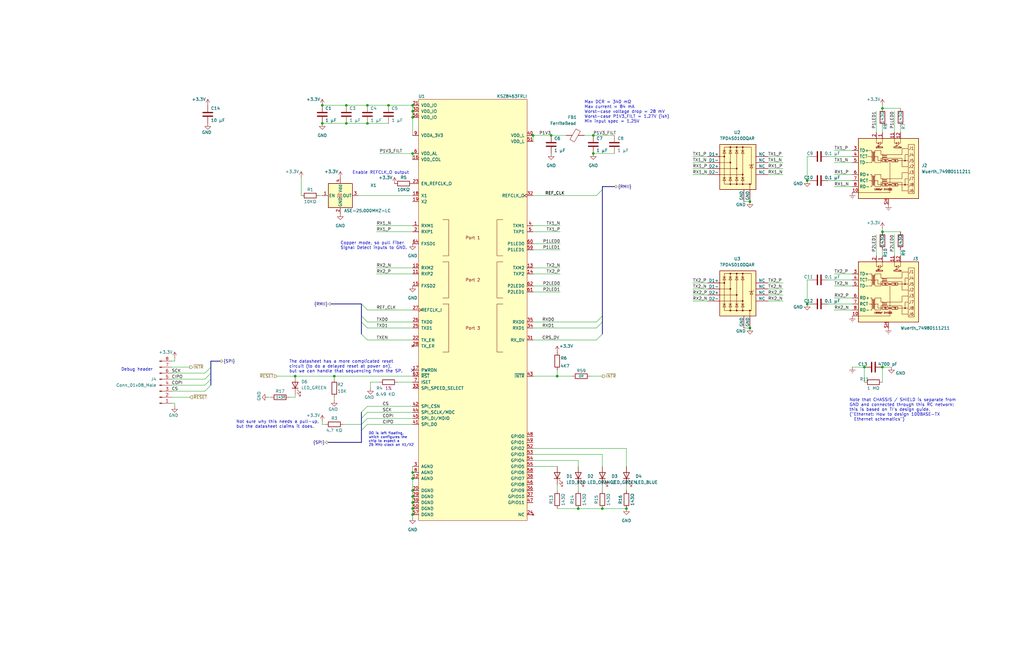
<source format=kicad_sch>
(kicad_sch (version 20250114) (generator "eeschema") (generator_version "9.0")
  (paper "B")
  (title_block (title "Gimletlet NIC 2") (rev "A01") (company "Oxide Computer Company"))
  (lib_symbols
    (symbol "Connector:Conn_01x08_Pin" (pin_names (offset 1.016) (hide yes))
      (property "Reference" "J" (at 0 10.16 0))
      (property "Value" "Conn_01x08_Pin" (at 0 -12.7 0))
      (symbol "Conn_01x08_Pin_1_1"
        (pin passive line (at 5.08 7.62 180) (length 3.81) (name "Pin_1") (number "1"))
        (pin passive line (at 5.08 5.08 180) (length 3.81) (name "Pin_2") (number "2"))
        (pin passive line (at 5.08 2.54 180) (length 3.81) (name "Pin_3") (number "3"))
        (pin passive line (at 5.08 0 180) (length 3.81) (name "Pin_4") (number "4"))
        (pin passive line (at 5.08 -2.54 180) (length 3.81) (name "Pin_5") (number "5"))
        (pin passive line (at 5.08 -5.08 180) (length 3.81) (name "Pin_6") (number "6"))
        (pin passive line (at 5.08 -7.62 180) (length 3.81) (name "Pin_7") (number "7"))
        (pin passive line (at 5.08 -10.16 180) (length 3.81) (name "Pin_8") (number "8"))
      )
    )
    (symbol "Connector:Wuerth_74980111211"
      (property "Reference" "J" (at 12.7 13.97 0))
      (property "Value" "Wuerth_74980111211" (at 0 -16.51 0))
      (symbol "Wuerth_74980111211_0_0"
        (text "J1" (at -10.795 8.509 0) (effects (font (size 1.27 1.27)) (justify left)))
        (text "J4" (at -10.795 5.842 0) (effects (font (size 1.27 1.27)) (justify left)))
        (text "J5" (at -10.795 3.302 0) (effects (font (size 1.27 1.27)) (justify left)))
        (text "J2" (at -10.795 0.889 0) (effects (font (size 1.27 1.27)) (justify left)))
        (text "J3" (at -10.795 -1.651 0) (effects (font (size 1.27 1.27)) (justify left)))
        (text "J7" (at -10.795 -4.318 0) (effects (font (size 1.27 1.27)) (justify left)))
        (text "J8" (at -10.795 -6.858 0) (effects (font (size 1.27 1.27)) (justify left)))
        (text "J6" (at -10.795 -9.398 0) (effects (font (size 1.27 1.27)) (justify left)))
        (text "YELLOW" (at -3.81 8.89 0) (effects (font (size 0.635 0.635))))
        (text "75" (at -2.667 3.302 0) (effects (font (size 0.635 0.635))))
        (text "75" (at -2.667 -6.858 0) (effects (font (size 0.635 0.635))))
        (text "75" (at 1.397 3.302 0) (effects (font (size 0.635 0.635))))
        (text "75" (at 1.397 -6.858 0) (effects (font (size 0.635 0.635))))
        (text "1000pF 2kV" (at 3.175 -8.763 0) (effects (font (size 0.635 0.635))))
        (text "GREEN" (at 3.81 8.89 0) (effects (font (size 0.635 0.635))))
      )
      (symbol "Wuerth_74980111211_1_1"
        (pin passive line (at -5.08 15.24 270) (length 2.54) (name "~") (number "12"))
        (pin passive line (at -2.54 15.24 270) (length 2.54) (name "~") (number "11"))
        (pin passive line (at 0 -15.24 90) (length 2.54) (name "~") (number "SH"))
        (pin passive line (at 2.54 15.24 270) (length 2.54) (name "~") (number "1"))
        (pin passive line (at 5.08 15.24 270) (length 2.54) (name "~") (number "2"))
        (pin passive line (at 15.24 7.62 180) (length 2.54) (name "TD+") (number "3"))
        (pin passive line (at 15.24 5.08 180) (length 2.54) (name "TCT") (number "4"))
        (pin passive line (at 15.24 2.54 180) (length 2.54) (name "TD-") (number "5"))
        (pin passive line (at 15.24 -2.54 180) (length 2.54) (name "RD+") (number "6"))
        (pin passive line (at 15.24 -5.08 180) (length 2.54) (name "RCT") (number "7"))
        (pin passive line (at 15.24 -7.62 180) (length 2.54) (name "RD-") (number "8"))
        (pin passive line (at 15.24 -10.16 180) (length 2.54) (name "~") (number "10"))
      )
    )
    (symbol "Device:C" (pin_numbers (hide yes)) (pin_names (offset 0.254))
      (property "Reference" "C" (at 0.635 2.54 0))
      (property "Value" "C" (at 0.635 -2.54 0))
      (symbol "C_1_1"
        (pin passive line (at 0 3.81 270) (length 2.794) (name "~") (number "1"))
        (pin passive line (at 0 -3.81 90) (length 2.794) (name "~") (number "2"))
      )
    )
    (symbol "Device:FerriteBead" (pin_numbers (hide yes)) (pin_names (offset 0))
      (property "Reference" "FB" (at -3.81 0.635 90))
      (property "Value" "FerriteBead" (at 3.81 0 90))
      (symbol "FerriteBead_1_1"
        (pin passive line (at 0 3.81 270) (length 2.54) (name "~") (number "1"))
        (pin passive line (at 0 -3.81 90) (length 2.54) (name "~") (number "2"))
      )
    )
    (symbol "Device:LED" (pin_numbers (hide yes)) (pin_names (offset 1.016) (hide yes))
      (property "Reference" "D" (at 0 2.54 0))
      (property "Value" "LED" (at 0 -2.54 0))
      (symbol "LED_1_1"
        (pin passive line (at -3.81 0 0) (length 2.54) (name "K") (number "1"))
        (pin passive line (at 3.81 0 180) (length 2.54) (name "A") (number "2"))
      )
    )
    (symbol "Device:R" (pin_numbers (hide yes)) (pin_names (offset 0))
      (property "Reference" "R" (at 2.032 0 90))
      (property "Value" "R" (at 0 0 90))
      (symbol "R_1_1"
        (pin passive line (at 0 3.81 270) (length 1.27) (name "~") (number "1"))
        (pin passive line (at 0 -3.81 90) (length 1.27) (name "~") (number "2"))
      )
    )
    (symbol "Ethernet (Oxide):KSZ8463FRLI" (pin_names (offset 1.016))
      (property "Reference" "U1" (at -21.59 90.17 0))
      (property "Value" "KSZ8463FRLI" (at 16.51 90.17 0))
      (symbol "KSZ8463FRLI_0_0"
        (text "Port 1" (at 0 30.48 0) (effects (font (size 1.27 1.27))))
        (text "Port 2" (at 0 12.7 0) (effects (font (size 1.27 1.27))))
        (text "Port 3" (at 0 -7.62 0) (effects (font (size 1.27 1.27))))
      )
      (symbol "KSZ8463FRLI_1_1"
        (pin power_in line (at -25.4 86.36 0) (length 2.54) (name "VDD_IO") (number "21"))
        (pin power_in line (at -25.4 83.82 0) (length 2.54) (name "VDD_IO") (number "30"))
        (pin power_in line (at -25.4 81.28 0) (length 2.54) (name "VDD_IO") (number "56"))
        (pin power_in line (at -25.4 73.66 0) (length 2.54) (name "VDDA_3V3") (number "9"))
        (pin power_in line (at -25.4 66.04 0) (length 2.54) (name "VDD_AL") (number "6"))
        (pin power_in line (at -25.4 63.5 0) (length 2.54) (name "VDD_COL") (number "16"))
        (pin input line (at -25.4 53.34 0) (length 2.54) (name "EN_REFCLK_O") (number "23"))
        (pin input line (at -25.4 48.26 0) (length 2.54) (name "X1") (number "18"))
        (pin output line (at -25.4 45.72 0) (length 2.54) (name "X2") (number "19"))
        (pin bidirectional line (at -25.4 35.56 0) (length 2.54) (name "RXM1") (number "1"))
        (pin bidirectional line (at -25.4 33.02 0) (length 2.54) (name "RXP1") (number "2"))
        (pin input line (at -25.4 27.94 0) (length 2.54) (name "FXSD1") (number "64"))
        (pin bidirectional line (at -25.4 17.78 0) (length 2.54) (name "RXM2") (number "10"))
        (pin bidirectional line (at -25.4 15.24 0) (length 2.54) (name "RXP2") (number "11"))
        (pin input line (at -25.4 10.16 0) (length 2.54) (name "FXSD2") (number "15"))
        (pin input clock (at -25.4 0 0) (length 2.54) (name "REFCLK_I") (number "27"))
        (pin input line (at -25.4 -5.08 0) (length 2.54) (name "TXD0") (number "26"))
        (pin input line (at -25.4 -7.62 0) (length 2.54) (name "TXD1") (number "25"))
        (pin input line (at -25.4 -12.7 0) (length 2.54) (name "TX_EN") (number "22"))
        (pin no_connect line (at -25.4 -15.24 0) (length 2.54) (name "TX_ER") (number "28"))
        (pin input line (at -25.4 -25.4 0) (length 2.54) (name "PWRDN") (number "17"))
        (pin input line (at -25.4 -27.94 0) (length 2.54) (name "~{RST}") (number "63"))
        (pin output line (at -25.4 -30.48 0) (length 2.54) (name "ISET") (number "7"))
        (pin input line (at -25.4 -33.02 0) (length 2.54) (name "SPI_SPEED_SELECT") (number "33"))
        (pin input line (at -25.4 -40.64 0) (length 2.54) (name "SPI_CSN") (number "42"))
        (pin input line (at -25.4 -43.18 0) (length 2.54) (name "SPI_SCLK/MDC") (number "44"))
        (pin bidirectional line (at -25.4 -45.72 0) (length 2.54) (name "SPI_DI/MDIO") (number "45"))
        (pin output line (at -25.4 -48.26 0) (length 2.54) (name "SPI_DO") (number "41"))
        (pin power_in line (at -25.4 -66.04 0) (length 2.54) (name "AGND") (number "3"))
        (pin power_in line (at -25.4 -68.58 0) (length 2.54) (name "AGND") (number "8"))
        (pin power_in line (at -25.4 -71.12 0) (length 2.54) (name "AGND") (number "12"))
        (pin power_in line (at -25.4 -76.2 0) (length 2.54) (name "DGND") (number "20"))
        (pin power_in line (at -25.4 -78.74 0) (length 2.54) (name "DGND") (number "29"))
        (pin power_in line (at -25.4 -81.28 0) (length 2.54) (name "DGND") (number "39"))
        (pin power_in line (at -25.4 -83.82 0) (length 2.54) (name "DGND") (number "50"))
        (pin power_in line (at -25.4 -86.36 0) (length 2.54) (name "DGND") (number "57"))
        (pin passive line (at 25.4 73.66 180) (length 2.54) (name "VDD_L") (number "40"))
        (pin passive line (at 25.4 71.12 180) (length 2.54) (name "VDD_L") (number "51"))
        (pin output clock (at 25.4 48.26 180) (length 2.54) (name "REFCLK_O") (number "32"))
        (pin bidirectional line (at 25.4 35.56 180) (length 2.54) (name "TXM1") (number "4"))
        (pin bidirectional line (at 25.4 33.02 180) (length 2.54) (name "TXP1") (number "5"))
        (pin output line (at 25.4 27.94 180) (length 2.54) (name "P1LED0") (number "60"))
        (pin output line (at 25.4 25.4 180) (length 2.54) (name "P1LED1") (number "59"))
        (pin bidirectional line (at 25.4 17.78 180) (length 2.54) (name "TXM2") (number "13"))
        (pin bidirectional line (at 25.4 15.24 180) (length 2.54) (name "TXP2") (number "14"))
        (pin output line (at 25.4 10.16 180) (length 2.54) (name "P2LED0") (number "62"))
        (pin output line (at 25.4 7.62 180) (length 2.54) (name "P2LED1") (number "61"))
        (pin output line (at 25.4 -5.08 180) (length 2.54) (name "RXD0") (number "35"))
        (pin output line (at 25.4 -7.62 180) (length 2.54) (name "RXD1") (number "34"))
        (pin output line (at 25.4 -12.7 180) (length 2.54) (name "RX_DV") (number "31"))
        (pin output line (at 25.4 -27.94 180) (length 2.54) (name "~{INTR}") (number "43"))
        (pin bidirectional line (at 25.4 -53.34 180) (length 2.54) (name "GPIO0") (number "48"))
        (pin bidirectional line (at 25.4 -55.88 180) (length 2.54) (name "GPIO1") (number "49"))
        (pin bidirectional line (at 25.4 -58.42 180) (length 2.54) (name "GPIO2") (number "52"))
        (pin bidirectional line (at 25.4 -60.96 180) (length 2.54) (name "GPIO3") (number "53"))
        (pin bidirectional line (at 25.4 -63.5 180) (length 2.54) (name "GPIO4") (number "54"))
        (pin bidirectional line (at 25.4 -66.04 180) (length 2.54) (name "GPIO5") (number "55"))
        (pin bidirectional line (at 25.4 -68.58 180) (length 2.54) (name "GPIO6") (number "58"))
        (pin bidirectional line (at 25.4 -71.12 180) (length 2.54) (name "GPIO7") (number "38"))
        (pin bidirectional line (at 25.4 -73.66 180) (length 2.54) (name "GPIO8") (number "46"))
        (pin bidirectional line (at 25.4 -76.2 180) (length 2.54) (name "GPIO9") (number "36"))
        (pin bidirectional line (at 25.4 -78.74 180) (length 2.54) (name "GPIO10") (number "37"))
        (pin bidirectional line (at 25.4 -81.28 180) (length 2.54) (name "GPIO11") (number "47"))
        (pin no_connect line (at 25.4 -86.36 180) (length 2.54) (name "NC") (number "24"))
      )
    )
    (symbol "Oscillator:ASE-xxxMHz" (pin_names (offset 0.254))
      (property "Reference" "X" (at -5.08 6.35 0))
      (property "Value" "ASE-xxxMHz" (at 1.27 -6.35 0))
      (symbol "ASE-xxxMHz_1_1"
        (pin input line (at -7.62 0 0) (length 2.54) (name "EN") (number "1"))
        (pin power_in line (at 0 7.62 270) (length 2.54) (name "Vdd") (number "4"))
        (pin power_in line (at 0 -7.62 90) (length 2.54) (name "GND") (number "2"))
        (pin output line (at 7.62 0 180) (length 2.54) (name "OUT") (number "3"))
      )
    )
    (symbol "Power protection (Oxide):TPD4S010DQAR" (pin_numbers (hide yes)) (pin_names (offset 0))
      (property "Reference" "U" (at -6.35 -10.16 0))
      (property "Value" "TPD4S010DQAR" (at 0 11.43 0))
      (symbol "TPD4S010DQAR_1_1"
        (pin passive line (at -12.7 5.08 0) (length 5.08) (name "D1+") (number "1"))
        (pin passive line (at -12.7 2.54 0) (length 5.08) (name "D1-") (number "2"))
        (pin passive line (at -12.7 0 0) (length 5.08) (name "D2+") (number "4"))
        (pin passive line (at -12.7 -2.54 0) (length 5.08) (name "D2-") (number "5"))
        (pin power_in line (at 2.54 -13.97 90) (length 5.08) (name "GND") (number "8"))
        (pin power_in line (at 5.08 -13.97 90) (length 5.08) (name "GND") (number "3"))
        (pin free line (at 12.7 5.08 180) (length 5.08) (name "NC") (number "10"))
        (pin free line (at 12.7 2.54 180) (length 5.08) (name "NC") (number "9"))
        (pin free line (at 12.7 0 180) (length 5.08) (name "NC") (number "7"))
        (pin free line (at 12.7 -2.54 180) (length 5.08) (name "NC") (number "6"))
      )
    )
    (symbol "TPD4S010DQAR_1" (pin_numbers (hide yes)) (pin_names (offset 0))
      (property "Reference" "U" (at -6.35 -10.16 0))
      (property "Value" "TPD4S010DQAR_1" (at 0 11.43 0))
      (symbol "TPD4S010DQAR_1_1_1"
        (pin passive line (at -12.7 5.08 0) (length 5.08) (name "D1+") (number "1"))
        (pin passive line (at -12.7 2.54 0) (length 5.08) (name "D1-") (number "2"))
        (pin passive line (at -12.7 0 0) (length 5.08) (name "D2+") (number "4"))
        (pin passive line (at -12.7 -2.54 0) (length 5.08) (name "D2-") (number "5"))
        (pin power_in line (at 2.54 -13.97 90) (length 5.08) (name "GND") (number "8"))
        (pin power_in line (at 5.08 -13.97 90) (length 5.08) (name "GND") (number "3"))
        (pin free line (at 12.7 5.08 180) (length 5.08) (name "NC") (number "10"))
        (pin free line (at 12.7 2.54 180) (length 5.08) (name "NC") (number "9"))
        (pin free line (at 12.7 0 180) (length 5.08) (name "NC") (number "7"))
        (pin free line (at 12.7 -2.54 180) (length 5.08) (name "NC") (number "6"))
      )
    )
    (symbol "power:+3.3V" (power) (pin_names (offset 0))
      (property "Value" "+3.3V" (at 0 3.556 0))
      (symbol "+3.3V_1_1"
        (pin power_in line (at 0 0 90) (length 0) (hide yes) (name "+3V3") (number "1"))
      )
    )
    (symbol "power:Earth" (power) (pin_names (offset 0))
      (symbol "Earth_1_1"
        (pin power_in line (at 0 0 270) (length 0) (hide yes) (name "Earth") (number "1"))
      )
    )
    (symbol "power:GND" (power) (pin_names (offset 0))
      (property "Value" "GND" (at 0 -3.81 0))
      (symbol "GND_1_1"
        (pin power_in line (at 0 0 270) (length 0) (hide yes) (name "GND") (number "1"))
      )
    )
  )
  (bus_alias "RMII" (members "RXD0" "RXD1" "CRS_DV" "REF_CLK" "TXEN" "TXD0" "TXD1"))
  (bus_alias "SPI" (members "CIPO" "COPI" "SCK" "CS" "INT" "RST"))
  (text "Note that CHASSIS / SHIELD is separate from\nGND and connected through this RC network;\nthis is based on TI's design guide.\n(\"Ethernet: How to design 100BASE-TX\n  Ethernet schematics\")" (at 358.14 177.8 0) (effects (font (size 1.27 1.27)) (justify left bottom)))
  (text "Enable REFCLK_O output" (at 148.59 73.66 0) (effects (font (size 1.27 1.27)) (justify left bottom)))
  (text "The datasheet has a more complicated reset\ncircuit (to do a delayed reset at power on),\nbut we can handle that sequencing from the SP." (at 121.92 157.48 0) (effects (font (size 1.27 1.27)) (justify left bottom)))
  (text "Not sure why this needs a pull-up,\nbut the datasheet claims it does." (at 99.568 180.848 0) (effects (font (size 1.27 1.27)) (justify left bottom)))
  (text "Debug header" (at 51.054 156.718 0) (effects (font (size 1.27 1.27)) (justify left bottom)))
  (text "Copper mode, so pull Fiber\nSignal Detect inputs to GND." (at 143.51 105.41 0) (effects (font (size 1.27 1.27)) (justify left bottom)))
  (text "Max DCR = 340 mΩ\nMax current = 84 mA\nWorst-case voltage drop = 28 mV\nWorst-case P1V3_FILT = 1.27V (ish)\nMin input spec = 1.25V" (at 246.38 52.07 0) (effects (font (size 1.27 1.27)) (justify left bottom)))
  (text "DO is left floating, \nwhich configures the \nchip to expect a \n25 MHz clock on X1/X2" (at 155.448 188.468 0) (effects (font (size 1.016 1.016)) (justify left bottom)))
  (junction (at 316.23 85.09))
  (junction (at 146.05 52.07))
  (junction (at 173.99 64.77))
  (junction (at 173.99 199.39))
  (junction (at 163.83 44.45))
  (junction (at 173.99 209.55))
  (junction (at 173.99 46.99))
  (junction (at 250.19 57.15))
  (junction (at 264.16 214.63))
  (junction (at 250.19 64.77))
  (junction (at 173.99 214.63))
  (junction (at 173.99 212.09))
  (junction (at 372.11 45.72))
  (junction (at 154.94 44.45))
  (junction (at 173.99 49.53))
  (junction (at 316.23 138.43))
  (junction (at 340.36 128.27))
  (junction (at 243.84 214.63))
  (junction (at 340.36 76.2))
  (junction (at 234.95 158.75))
  (junction (at 173.99 207.01))
  (junction (at 224.79 57.15))
  (junction (at 372.11 154.94))
  (junction (at 124.46 158.75))
  (junction (at 173.99 217.17))
  (junction (at 140.97 158.75))
  (junction (at 146.05 44.45))
  (junction (at 364.49 154.94))
  (junction (at 232.41 57.15))
  (junction (at 254 214.63))
  (junction (at 135.89 44.45))
  (junction (at 154.94 52.07))
  (junction (at 135.89 52.07))
  (junction (at 372.11 97.79))
  (junction (at 173.99 44.45))
  (junction (at 173.99 201.93))
  (no_connect (at 173.99 156.21))
  (bus_entry (at 152.4 140.97) (size 2.54 2.54))
  (bus_entry (at 152.4 181.61) (size 2.54 -2.54))
  (bus_entry (at 88.9 157.48) (size -2.54 2.54))
  (bus_entry (at 152.4 173.99) (size 2.54 -2.54))
  (bus_entry (at 152.4 179.07) (size 2.54 -2.54))
  (bus_entry (at 88.9 160.02) (size -2.54 2.54))
  (bus_entry (at 152.4 176.53) (size 2.54 -2.54))
  (bus_entry (at 254 135.89) (size -2.54 2.54))
  (bus_entry (at 152.4 128.27) (size 2.54 2.54))
  (bus_entry (at 88.9 154.94) (size -2.54 2.54))
  (bus_entry (at 88.9 162.56) (size -2.54 2.54))
  (bus_entry (at 254 80.01) (size -2.54 2.54))
  (bus_entry (at 254 133.35) (size -2.54 2.54))
  (bus_entry (at 254 140.97) (size -2.54 2.54))
  (bus_entry (at 152.4 133.35) (size 2.54 2.54))
  (bus_entry (at 152.4 135.89) (size 2.54 2.54))
  (wire (pts (xy 224.79 115.57) (xy 236.22 115.57)))
  (wire (pts (xy 341.63 66.04) (xy 340.36 66.04)))
  (wire (pts (xy 234.95 207.01) (xy 234.95 204.47)))
  (wire (pts (xy 375.92 154.94) (xy 372.11 154.94)))
  (wire (pts (xy 264.16 189.23) (xy 264.16 196.85)))
  (wire (pts (xy 250.19 64.77) (xy 259.08 64.77)))
  (bus (pts (xy 152.4 181.61) (xy 152.4 186.69)))
  (wire (pts (xy 224.79 113.03) (xy 236.22 113.03)))
  (wire (pts (xy 243.84 194.31) (xy 243.84 196.85)))
  (wire (pts (xy 224.79 194.31) (xy 243.84 194.31)))
  (wire (pts (xy 292.1 121.92) (xy 298.45 121.92)))
  (wire (pts (xy 323.85 71.12) (xy 330.2 71.12)))
  (wire (pts (xy 144.78 179.07) (xy 152.4 179.07)))
  (wire (pts (xy 292.1 68.58) (xy 298.45 68.58)))
  (bus (pts (xy 92.71 152.4) (xy 88.9 152.4)))
  (bus (pts (xy 254 80.01) (xy 254 133.35)))
  (wire (pts (xy 369.57 46.99) (xy 369.57 55.88)))
  (wire (pts (xy 379.73 105.41) (xy 379.73 107.95)))
  (wire (pts (xy 372.11 53.34) (xy 372.11 55.88)))
  (wire (pts (xy 254 191.77) (xy 254 196.85)))
  (bus (pts (xy 254 78.74) (xy 254 80.01)))
  (bus (pts (xy 152.4 179.07) (xy 152.4 181.61)))
  (wire (pts (xy 154.94 173.99) (xy 173.99 173.99)))
  (wire (pts (xy 173.99 46.99) (xy 173.99 44.45)))
  (bus (pts (xy 88.9 157.48) (xy 88.9 160.02)))
  (wire (pts (xy 224.79 191.77) (xy 254 191.77)))
  (wire (pts (xy 340.36 66.04) (xy 340.36 76.2)))
  (wire (pts (xy 72.39 165.1) (xy 86.36 165.1)))
  (wire (pts (xy 135.89 52.07) (xy 146.05 52.07)))
  (wire (pts (xy 224.79 120.65) (xy 236.22 120.65)))
  (wire (pts (xy 73.66 171.45) (xy 73.66 170.18)))
  (wire (pts (xy 292.1 71.12) (xy 298.45 71.12)))
  (wire (pts (xy 173.99 214.63) (xy 173.99 217.17)))
  (wire (pts (xy 323.85 68.58) (xy 330.2 68.58)))
  (wire (pts (xy 349.25 118.11) (xy 359.41 118.11)))
  (wire (pts (xy 224.79 82.55) (xy 251.46 82.55)))
  (wire (pts (xy 113.03 167.64) (xy 114.3 167.64)))
  (wire (pts (xy 156.21 163.83) (xy 156.21 161.29)))
  (wire (pts (xy 140.97 158.75) (xy 173.99 158.75)))
  (wire (pts (xy 173.99 212.09) (xy 173.99 214.63)))
  (bus (pts (xy 152.4 135.89) (xy 152.4 140.97)))
  (wire (pts (xy 292.1 124.46) (xy 298.45 124.46)))
  (wire (pts (xy 349.25 76.2) (xy 359.41 76.2)))
  (wire (pts (xy 116.84 158.75) (xy 124.46 158.75)))
  (wire (pts (xy 248.92 158.75) (xy 254 158.75)))
  (wire (pts (xy 234.95 158.75) (xy 241.3 158.75)))
  (wire (pts (xy 379.73 53.34) (xy 379.73 55.88)))
  (wire (pts (xy 323.85 121.92) (xy 330.2 121.92)))
  (wire (pts (xy 323.85 127) (xy 330.2 127)))
  (wire (pts (xy 377.19 46.99) (xy 377.19 55.88)))
  (bus (pts (xy 254 135.89) (xy 254 140.97)))
  (bus (pts (xy 254 78.74) (xy 259.08 78.74)))
  (wire (pts (xy 224.79 59.69) (xy 224.79 57.15)))
  (wire (pts (xy 173.99 199.39) (xy 173.99 201.93)))
  (wire (pts (xy 224.79 105.41) (xy 236.22 105.41)))
  (bus (pts (xy 139.7 128.27) (xy 152.4 128.27)))
  (wire (pts (xy 351.79 73.66) (xy 359.41 73.66)))
  (wire (pts (xy 372.11 96.52) (xy 372.11 97.79)))
  (wire (pts (xy 351.79 120.65) (xy 359.41 120.65)))
  (wire (pts (xy 163.83 44.45) (xy 154.94 44.45)))
  (wire (pts (xy 349.25 128.27) (xy 359.41 128.27)))
  (wire (pts (xy 372.11 45.72) (xy 379.73 45.72)))
  (wire (pts (xy 377.19 99.06) (xy 377.19 107.95)))
  (wire (pts (xy 173.99 207.01) (xy 173.99 209.55)))
  (wire (pts (xy 158.75 95.25) (xy 173.99 95.25)))
  (wire (pts (xy 173.99 64.77) (xy 173.99 67.31)))
  (wire (pts (xy 224.79 143.51) (xy 251.46 143.51)))
  (wire (pts (xy 359.41 154.94) (xy 364.49 154.94)))
  (wire (pts (xy 372.11 105.41) (xy 372.11 107.95)))
  (wire (pts (xy 264.16 207.01) (xy 264.16 204.47)))
  (wire (pts (xy 349.25 66.04) (xy 359.41 66.04)))
  (wire (pts (xy 341.63 76.2) (xy 340.36 76.2)))
  (wire (pts (xy 154.94 179.07) (xy 173.99 179.07)))
  (wire (pts (xy 154.94 44.45) (xy 146.05 44.45)))
  (wire (pts (xy 292.1 127) (xy 298.45 127)))
  (wire (pts (xy 313.69 85.09) (xy 316.23 85.09)))
  (wire (pts (xy 323.85 73.66) (xy 330.2 73.66)))
  (wire (pts (xy 351.79 125.73) (xy 359.41 125.73)))
  (wire (pts (xy 224.79 196.85) (xy 234.95 196.85)))
  (wire (pts (xy 154.94 143.51) (xy 173.99 143.51)))
  (wire (pts (xy 121.92 167.64) (xy 124.46 167.64)))
  (wire (pts (xy 254 207.01) (xy 254 204.47)))
  (wire (pts (xy 254 214.63) (xy 264.16 214.63)))
  (bus (pts (xy 88.9 154.94) (xy 88.9 157.48)))
  (wire (pts (xy 73.66 152.4) (xy 72.39 152.4)))
  (wire (pts (xy 224.79 123.19) (xy 236.22 123.19)))
  (wire (pts (xy 135.89 177.8) (xy 135.89 179.07)))
  (wire (pts (xy 173.99 49.53) (xy 173.99 57.15)))
  (wire (pts (xy 224.79 135.89) (xy 251.46 135.89)))
  (wire (pts (xy 246.38 57.15) (xy 250.19 57.15)))
  (bus (pts (xy 152.4 133.35) (xy 152.4 135.89)))
  (wire (pts (xy 160.02 64.77) (xy 173.99 64.77)))
  (wire (pts (xy 154.94 130.81) (xy 173.99 130.81)))
  (wire (pts (xy 135.89 179.07) (xy 137.16 179.07)))
  (wire (pts (xy 313.69 138.43) (xy 316.23 138.43)))
  (wire (pts (xy 351.79 130.81) (xy 359.41 130.81)))
  (wire (pts (xy 72.39 162.56) (xy 86.36 162.56)))
  (wire (pts (xy 340.36 118.11) (xy 340.36 128.27)))
  (wire (pts (xy 250.19 57.15) (xy 259.08 57.15)))
  (wire (pts (xy 156.21 161.29) (xy 160.02 161.29)))
  (bus (pts (xy 152.4 128.27) (xy 152.4 133.35)))
  (wire (pts (xy 140.97 167.64) (xy 140.97 168.91)))
  (bus (pts (xy 152.4 176.53) (xy 152.4 179.07)))
  (wire (pts (xy 234.95 158.75) (xy 224.79 158.75)))
  (wire (pts (xy 146.05 52.07) (xy 154.94 52.07)))
  (wire (pts (xy 124.46 158.75) (xy 140.97 158.75)))
  (wire (pts (xy 154.94 135.89) (xy 173.99 135.89)))
  (wire (pts (xy 340.36 118.11) (xy 341.63 118.11)))
  (wire (pts (xy 364.49 154.94) (xy 364.49 161.29)))
  (wire (pts (xy 224.79 138.43) (xy 251.46 138.43)))
  (wire (pts (xy 224.79 102.87) (xy 236.22 102.87)))
  (wire (pts (xy 243.84 214.63) (xy 254 214.63)))
  (wire (pts (xy 124.46 167.64) (xy 124.46 166.37)))
  (wire (pts (xy 224.79 95.25) (xy 236.22 95.25)))
  (wire (pts (xy 154.94 52.07) (xy 163.83 52.07)))
  (bus (pts (xy 254 133.35) (xy 254 135.89)))
  (wire (pts (xy 154.94 176.53) (xy 173.99 176.53)))
  (wire (pts (xy 351.79 115.57) (xy 359.41 115.57)))
  (wire (pts (xy 232.41 57.15) (xy 238.76 57.15)))
  (wire (pts (xy 351.79 78.74) (xy 359.41 78.74)))
  (wire (pts (xy 140.97 160.02) (xy 140.97 158.75)))
  (wire (pts (xy 243.84 207.01) (xy 243.84 204.47)))
  (wire (pts (xy 323.85 119.38) (xy 330.2 119.38)))
  (wire (pts (xy 158.75 97.79) (xy 173.99 97.79)))
  (wire (pts (xy 167.64 161.29) (xy 173.99 161.29)))
  (wire (pts (xy 234.95 156.21) (xy 234.95 158.75)))
  (wire (pts (xy 73.66 151.13) (xy 73.66 152.4)))
  (bus (pts (xy 88.9 152.4) (xy 88.9 154.94)))
  (wire (pts (xy 292.1 66.04) (xy 298.45 66.04)))
  (wire (pts (xy 292.1 73.66) (xy 298.45 73.66)))
  (bus (pts (xy 152.4 173.99) (xy 152.4 176.53)))
  (bus (pts (xy 88.9 160.02) (xy 88.9 162.56)))
  (wire (pts (xy 372.11 97.79) (xy 379.73 97.79)))
  (wire (pts (xy 351.79 63.5) (xy 359.41 63.5)))
  (wire (pts (xy 224.79 189.23) (xy 264.16 189.23)))
  (wire (pts (xy 173.99 44.45) (xy 163.83 44.45)))
  (wire (pts (xy 173.99 49.53) (xy 173.99 46.99)))
  (wire (pts (xy 323.85 66.04) (xy 330.2 66.04)))
  (wire (pts (xy 154.94 171.45) (xy 173.99 171.45)))
  (wire (pts (xy 72.39 167.64) (xy 80.01 167.64)))
  (wire (pts (xy 372.11 154.94) (xy 372.11 161.29)))
  (wire (pts (xy 340.36 128.27) (xy 341.63 128.27)))
  (wire (pts (xy 151.13 82.55) (xy 173.99 82.55)))
  (wire (pts (xy 234.95 214.63) (xy 243.84 214.63)))
  (wire (pts (xy 224.79 57.15) (xy 232.41 57.15)))
  (wire (pts (xy 173.99 196.85) (xy 173.99 199.39)))
  (wire (pts (xy 351.79 68.58) (xy 359.41 68.58)))
  (wire (pts (xy 173.99 209.55) (xy 173.99 212.09)))
  (wire (pts (xy 158.75 113.03) (xy 173.99 113.03)))
  (wire (pts (xy 173.99 201.93) (xy 173.99 207.01)))
  (wire (pts (xy 323.85 124.46) (xy 330.2 124.46)))
  (wire (pts (xy 72.39 157.48) (xy 86.36 157.48)))
  (wire (pts (xy 127 74.93) (xy 127 82.55)))
  (bus (pts (xy 138.43 186.69) (xy 152.4 186.69)))
  (wire (pts (xy 369.57 99.06) (xy 369.57 107.95)))
  (wire (pts (xy 173.99 217.17) (xy 173.99 218.44)))
  (wire (pts (xy 292.1 119.38) (xy 298.45 119.38)))
  (wire (pts (xy 73.66 170.18) (xy 72.39 170.18)))
  (wire (pts (xy 372.11 45.72) (xy 372.11 44.45)))
  (wire (pts (xy 72.39 154.94) (xy 80.01 154.94)))
  (wire (pts (xy 154.94 138.43) (xy 173.99 138.43)))
  (wire (pts (xy 224.79 97.79) (xy 236.22 97.79)))
  (wire (pts (xy 146.05 44.45) (xy 135.89 44.45)))
  (wire (pts (xy 158.75 115.57) (xy 173.99 115.57)))
  (wire (pts (xy 134.62 82.55) (xy 135.89 82.55)))
  (wire (pts (xy 72.39 160.02) (xy 86.36 160.02)))
  (label "REF_CLK" (at 158.75 130.81 0))
  (label "TX2_N" (at 292.1 121.92 0))
  (label "TX1_P" (at 292.1 66.04 0))
  (label "CIPO" (at 161.29 179.07 0))
  (label "RX1_N" (at 292.1 73.66 0))
  (label "RX2_P" (at 158.75 115.57 0))
  (label "RX1_N" (at 323.85 73.66 0))
  (label "P1LED0" (at 377.19 46.99 270))
  (label "TX2_N" (at 236.22 113.03 180))
  (label "RX2_N" (at 351.79 130.81 0))
  (label "CRS_DV" (at 228.6 143.51 0))
  (label "TX2_P" (at 236.22 115.57 180))
  (label "TXD1" (at 158.75 138.43 0))
  (label "SCK" (at 72.39 157.48 0))
  (label "SCK" (at 161.29 173.99 0))
  (label "TX1_N" (at 351.79 68.58 0))
  (label "TX2_N" (at 351.79 120.65 0))
  (label "TX1_P" (at 351.79 63.5 0))
  (label "RX2_N" (at 292.1 127 0))
  (label "CS" (at 161.29 171.45 0))
  (label "TX1_P" (at 236.22 97.79 180))
  (label "TX1_N" (at 236.22 95.25 180))
  (label "COPI" (at 72.39 162.56 0))
  (label "TXD0" (at 158.75 135.89 0))
  (label "REF_CLK" (at 229.87 82.55 0))
  (label "TX2_P" (at 323.85 119.38 0))
  (label "CIPO" (at 72.39 160.02 0))
  (label "P2LED1" (at 236.22 123.19 180))
  (label "TX1_N" (at 323.85 68.58 0))
  (label "RX1_P" (at 292.1 71.12 0))
  (label "TX1_P" (at 323.85 66.04 0))
  (label "COPI" (at 161.29 176.53 0))
  (label "TX2_P" (at 351.79 115.57 0))
  (label "P2LED0" (at 236.22 120.65 180))
  (label "RXD0" (at 228.6 135.89 0))
  (label "REF_CLK" (at 229.87 82.55 0))
  (label "P1LED1" (at 369.57 46.99 270))
  (label "P1V3_FILT" (at 160.02 64.77 0))
  (label "RX1_P" (at 158.75 97.79 0))
  (label "TX2_N" (at 323.85 121.92 0))
  (label "P1V3" (at 227.33 57.15 0))
  (label "RX2_N" (at 158.75 113.03 0))
  (label "RX1_P" (at 351.79 73.66 0))
  (label "P1V3_FILT" (at 250.19 57.15 0))
  (label "P2LED0" (at 377.19 99.06 270))
  (label "RX1_N" (at 158.75 95.25 0))
  (label "P1LED1" (at 236.22 105.41 180))
  (label "RX1_N" (at 351.79 78.74 0))
  (label "TXEN" (at 158.75 143.51 0))
  (label "RX1_P" (at 323.85 71.12 0))
  (label "P1LED0" (at 236.22 102.87 180))
  (label "CS" (at 72.39 165.1 0))
  (label "TX1_N" (at 292.1 68.58 0))
  (label "RX2_P" (at 292.1 124.46 0))
  (label "RX2_N" (at 323.85 127 0))
  (label "RXD1" (at 228.6 138.43 0))
  (label "RX2_P" (at 323.85 124.46 0))
  (label "RX2_P" (at 351.79 125.73 0))
  (label "P2LED1" (at 369.57 99.06 270))
  (label "TX2_P" (at 292.1 119.38 0))
  (hierarchical_label "~{RESET}" (shape input) (at 80.01 167.64 0))
  (hierarchical_label "~{INTR}" (shape output) (at 80.01 154.94 0))
  (hierarchical_label "{SPI}" (shape bidirectional) (at 138.43 186.69 180))
  (hierarchical_label "{SPI}" (shape bidirectional) (at 92.71 152.4 0))
  (hierarchical_label "{RMII}" (shape bidirectional) (at 139.7 128.27 180))
  (hierarchical_label "{RMII}" (shape bidirectional) (at 259.08 78.74 0))
  (hierarchical_label "~{INTR}" (shape output) (at 254 158.75 0))
  (hierarchical_label "~{RESET}" (shape input) (at 116.84 158.75 180))
  (symbol (lib_id "power:Earth") (at 374.65 138.43 0) (unit 1)
    (property "Reference" "#PWR035" (effects (hide yes)))
    (property "Value" "Earth" (effects (hide yes)))
  )
  (symbol (lib_id "Device:C") (at 345.44 66.04 270) (unit 1)
    (property "Reference" "C9" (at 342.9 64.77 90) (effects (justify right)))
    (property "Value" "0.1 µF" (at 354.33 64.77 90) (effects (justify right)))
    (property "Footprint" "Capacitor_SMD:C_0402_1005Metric" (effects (hide yes)))
    (property "MFG" "KEMET" (effects (hide yes)))
    (property "MPN" "C0402C104K9RAC7867" (effects (hide yes)))
  )
  (symbol (lib_id "power:GND") (at 173.99 102.87 0) (unit 1)
    (property "Reference" "#PWR022" (effects (hide yes)))
    (property "Value" "GND" (at 173.99 107.95 0))
  )
  (symbol (lib_id "Device:C") (at 135.89 48.26 180) (unit 1)
    (property "Reference" "C1" (at 137.16 45.72 0) (effects (justify right)))
    (property "Value" "1 µF" (at 137.16 50.8 0) (effects (justify right)))
    (property "Footprint" "Capacitor_SMD:C_0402_1005Metric" (effects (hide yes)))
    (property "MFG" "KEMET" (effects (hide yes)))
    (property "MPN" "C0402C105K9PAC7800" (effects (hide yes)))
  )
  (symbol (lib_id "power:GND") (at 340.36 128.27 0) (unit 1)
    (property "Reference" "#PWR030" (effects (hide yes)))
    (property "Value" "GND" (at 336.55 129.54 0))
  )
  (symbol (lib_id "power:GND") (at 340.36 76.2 0) (unit 1)
    (property "Reference" "#PWR028" (effects (hide yes)))
    (property "Value" "GND" (at 336.55 77.47 0))
  )
  (symbol (lib_id "power:GND") (at 143.51 90.17 0) (unit 1)
    (property "Reference" "#PWR018" (effects (hide yes)))
    (property "Value" "GND" (at 143.51 95.25 0))
  )
  (symbol (lib_id "Power protection (Oxide):TPD4S010DQAR") (at 311.15 124.46 0) (unit 1)
    (property "Reference" "U3" (at 310.896 109.22 0))
    (property "Value" "TPD4S010DQAR" (at 310.896 111.76 0))
    (property "Footprint" "Package_SON:USON-10_2.5x1.0mm_P0.5mm" (effects (hide yes)))
    (property "Datasheet" "https://www.ti.com/lit/ds/symlink/tpd4s010.pdf" (effects (hide yes)))
    (property "MFG" "Texas Instruments" (effects (hide yes)))
    (property "MPN" "TPD4S010DQAR" (effects (hide yes)))
  )
  (symbol (lib_id "Device:R") (at 140.97 179.07 90) (unit 1)
    (property "Reference" "R3" (at 140.97 176.53 90))
    (property "Value" "4.7 KΩ" (at 140.97 181.61 90))
    (property "Footprint" "Resistor_SMD:R_0402_1005Metric" (effects (hide yes)))
    (property "MFG" "TE Connectivity" (effects (hide yes)))
    (property "MPN" "CRG0402F4K7" (effects (hide yes)))
  )
  (symbol (lib_name "TPD4S010DQAR_1") (lib_id "Power protection (Oxide):TPD4S010DQAR") (at 311.15 71.12 0) (unit 1)
    (property "Reference" "U2" (at 310.896 55.88 0))
    (property "Value" "TPD4S010DQAR" (at 310.896 58.42 0))
    (property "Footprint" "Package_SON:USON-10_2.5x1.0mm_P0.5mm" (effects (hide yes)))
    (property "Datasheet" "https://www.ti.com/lit/ds/symlink/tpd4s010.pdf" (effects (hide yes)))
    (property "MFG" "Texas Instruments" (effects (hide yes)))
    (property "MPN" "TPD4S010DQAR" (effects (hide yes)))
  )
  (symbol (lib_id "Device:C") (at 259.08 60.96 180) (unit 1)
    (property "Reference" "C8" (at 260.35 58.42 0) (effects (justify right)))
    (property "Value" "1 µF" (at 260.35 63.5 0) (effects (justify right)))
    (property "Footprint" "Capacitor_SMD:C_0402_1005Metric" (effects (hide yes)))
    (property "MFG" "KEMET" (effects (hide yes)))
    (property "MPN" "C0402C105K9PAC7800" (effects (hide yes)))
  )
  (symbol (lib_id "Device:R") (at 379.73 101.6 180) (unit 1)
    (property "Reference" "R9" (at 381 106.68 90))
    (property "Value" "143Ω" (at 379.73 101.6 90))
    (property "Footprint" "Resistor_SMD:R_0402_1005Metric" (effects (hide yes)))
    (property "MFG" "YAGEO" (effects (hide yes)))
    (property "MPN" "RC0402FR-07143RL" (effects (hide yes)))
  )
  (symbol (lib_id "Device:C") (at 250.19 60.96 180) (unit 1)
    (property "Reference" "C7" (at 251.46 58.42 0) (effects (justify right)))
    (property "Value" "1 µF" (at 251.46 63.5 0) (effects (justify right)))
    (property "Footprint" "Capacitor_SMD:C_0402_1005Metric" (effects (hide yes)))
    (property "MFG" "KEMET" (effects (hide yes)))
    (property "MPN" "C0402C105K9PAC7800" (effects (hide yes)))
  )
  (symbol (lib_id "Device:LED") (at 264.16 200.66 90) (unit 1)
    (property "Reference" "D4" (at 267.97 200.9774 90) (effects (justify right)))
    (property "Value" "LED_BLUE" (at 267.97 203.5174 90) (effects (justify right)))
    (property "Footprint" "LED_SMD:LED_0402_1005Metric" (effects (hide yes)))
    (property "MFG" "Vishay Semiconductor Opto Division" (effects (hide yes)))
    (property "MPN" "VLMB1500-GS08" (effects (hide yes)))
  )
  (symbol (lib_id "power:+3.3V") (at 127 74.93 0) (unit 1)
    (property "Reference" "#PWR012" (effects (hide yes)))
    (property "Value" "+3.3V" (at 123.19 72.39 0))
  )
  (symbol (lib_id "power:GND") (at 173.99 120.65 0) (unit 1)
    (property "Reference" "#PWR023" (effects (hide yes)))
    (property "Value" "GND" (at 173.99 125.73 0))
  )
  (symbol (lib_id "power:+3.3V") (at 135.89 44.45 0) (unit 1)
    (property "Reference" "#PWR013" (effects (hide yes)))
    (property "Value" "+3.3V" (at 132.08 41.91 0))
  )
  (symbol (lib_id "Device:C") (at 345.44 76.2 270) (unit 1)
    (property "Reference" "C10" (at 342.9 74.93 90) (effects (justify right)))
    (property "Value" "0.1 µF" (at 354.33 74.93 90) (effects (justify right)))
    (property "Footprint" "Capacitor_SMD:C_0402_1005Metric" (effects (hide yes)))
    (property "MFG" "KEMET" (effects (hide yes)))
    (property "MPN" "C0402C104K9RAC7867" (effects (hide yes)))
  )
  (symbol (lib_id "Device:R") (at 170.18 77.47 90) (unit 1)
    (property "Reference" "R5" (at 170.18 74.93 90))
    (property "Value" "10KΩ" (at 170.18 80.01 90))
    (property "Footprint" "Resistor_SMD:R_0402_1005Metric" (effects (hide yes)))
    (property "MFG" "TE Connectivity" (effects (hide yes)))
    (property "MPN" "CRG0402F10K" (effects (hide yes)))
  )
  (symbol (lib_id "Device:R") (at 254 210.82 180) (unit 1)
    (property "Reference" "R15" (at 251.46 210.82 90))
    (property "Value" "143Ω" (at 256.54 210.82 90))
    (property "Footprint" "Resistor_SMD:R_0402_1005Metric" (effects (hide yes)))
    (property "MFG" "YAGEO" (effects (hide yes)))
    (property "MPN" "RC0402FR-07143RL" (effects (hide yes)))
  )
  (symbol (lib_id "Device:R") (at 118.11 167.64 90) (unit 1)
    (property "Reference" "R17" (at 118.11 165.1 90))
    (property "Value" "143R" (at 118.364 167.64 90) (effects (font (size 1.016 1.016))))
    (property "Footprint" "Resistor_SMD:R_0402_1005Metric" (effects (hide yes)))
    (property "MFG" "YAGEO" (effects (hide yes)))
    (property "MPN" "RC0402FR-07143RL" (effects (hide yes)))
  )
  (symbol (lib_id "power:+3.3V") (at 372.11 44.45 0) (unit 1)
    (property "Reference" "#PWR029" (effects (hide yes)))
    (property "Value" "+3.3V" (at 368.3 41.91 0))
  )
  (symbol (lib_id "Connector:Conn_01x08_Pin") (at 67.31 162.56 0) (mirror x) (unit 1)
    (property "Reference" "J4" (at 66.04 160.0199 0) (effects (justify right)))
    (property "Value" "Conn_01x08_Male" (at 66.04 162.5599 0) (effects (justify right)))
    (property "Footprint" "Connector_PinHeader_2.54mm:PinHeader_1x08_P2.54mm_Vertical" (effects (hide yes)))
    (property "Description" "Generic connector, single row, 01x08, script generated" (effects (hide yes)))
  )
  (symbol (lib_id "Connector:Wuerth_74980111211") (at 374.65 123.19 0) (mirror y) (unit 1)
    (property "Reference" "J3" (at 384.81 109.22 0) (effects (justify right)))
    (property "Value" "Wuerth_74980111211" (at 379.73 138.43 0) (effects (justify right)))
    (property "Footprint" "Connector_RJ:RJ45_Wuerth_74980111211_Horizontal" (effects (hide yes)))
    (property "Datasheet" "https://www.we-online.de/katalog/datasheet/74980111211.pdf" (effects (hide yes)))
    (property "MFG" "Würth Elektronik" (effects (hide yes)))
    (property "MPN" "74980111211" (effects (hide yes)))
  )
  (symbol (lib_id "Device:R") (at 234.95 210.82 180) (unit 1)
    (property "Reference" "R13" (at 232.41 210.82 90))
    (property "Value" "143Ω" (at 237.49 210.82 90))
    (property "Footprint" "Resistor_SMD:R_0402_1005Metric" (effects (hide yes)))
    (property "MFG" "YAGEO" (effects (hide yes)))
    (property "MPN" "RC0402FR-07143RL" (effects (hide yes)))
  )
  (symbol (lib_id "power:Earth") (at 359.41 133.35 0) (unit 1)
    (property "Reference" "#PWR033" (effects (hide yes)))
    (property "Value" "Earth" (effects (hide yes)))
  )
  (symbol (lib_id "Device:R") (at 379.73 49.53 180) (unit 1)
    (property "Reference" "R7" (at 381 53.34 90))
    (property "Value" "143Ω" (at 379.73 49.53 90))
    (property "Footprint" "Resistor_SMD:R_0402_1005Metric" (effects (hide yes)))
    (property "MFG" "YAGEO" (effects (hide yes)))
    (property "MPN" "RC0402FR-07143RL" (effects (hide yes)))
  )
  (symbol (lib_id "power:GND") (at 375.92 154.94 0) (unit 1)
    (property "Reference" "#PWR037" (effects (hide yes)))
    (property "Value" "GND" (at 379.73 157.48 0))
  )
  (symbol (lib_id "Device:LED") (at 243.84 200.66 90) (unit 1)
    (property "Reference" "D2" (at 247.65 200.9774 90) (effects (justify right)))
    (property "Value" "LED_ORANGE" (at 247.65 203.5174 90) (effects (justify right)))
    (property "Footprint" "LED_SMD:LED_0402_1005Metric" (effects (hide yes)))
    (property "MFG" "SunLed" (effects (hide yes)))
    (property "MPN" "XZMOK68W-2" (effects (hide yes)))
  )
  (symbol (lib_id "power:GND") (at 140.97 168.91 0) (unit 1)
    (property "Reference" "#PWR0108" (effects (hide yes)))
    (property "Value" "GND" (at 138.43 172.72 0) (effects (justify left)))
  )
  (symbol (lib_id "Device:C") (at 232.41 60.96 180) (unit 1)
    (property "Reference" "C6" (at 233.68 58.42 0) (effects (justify right)))
    (property "Value" "1 µF" (at 233.68 63.5 0) (effects (justify right)))
    (property "Footprint" "Capacitor_SMD:C_0402_1005Metric" (effects (hide yes)))
    (property "MFG" "KEMET" (effects (hide yes)))
    (property "MPN" "C0402C105K9PAC7800" (effects (hide yes)))
  )
  (symbol (lib_id "power:GND") (at 87.63 52.07 0) (unit 1)
    (property "Reference" "#PWR041" (effects (hide yes)))
    (property "Value" "GND" (at 85.09 55.88 0) (effects (justify left)))
  )
  (symbol (lib_id "power:+3.3V") (at 372.11 96.52 0) (unit 1)
    (property "Reference" "#PWR031" (effects (hide yes)))
    (property "Value" "+3.3V" (at 368.3 93.98 0))
  )
  (symbol (lib_id "Device:C") (at 345.44 128.27 270) (unit 1)
    (property "Reference" "C12" (at 342.9 127 90) (effects (justify right)))
    (property "Value" "0.1 µF" (at 354.33 127 90) (effects (justify right)))
    (property "Footprint" "Capacitor_SMD:C_0402_1005Metric" (effects (hide yes)))
    (property "MFG" "KEMET" (effects (hide yes)))
    (property "MPN" "C0402C104K9RAC7867" (effects (hide yes)))
  )
  (symbol (lib_id "power:GND") (at 316.23 138.43 0) (unit 1)
    (property "Reference" "#PWR044" (effects (hide yes)))
    (property "Value" "GND" (at 312.42 139.7 0))
  )
  (symbol (lib_id "Device:R") (at 130.81 82.55 90) (unit 1)
    (property "Reference" "R1" (at 130.81 80.01 90))
    (property "Value" "10KΩ" (at 130.81 85.09 90))
    (property "Footprint" "Resistor_SMD:R_0402_1005Metric" (effects (hide yes)))
    (property "MFG" "TE Connectivity" (effects (hide yes)))
    (property "MPN" "CRG0402F10K" (effects (hide yes)))
  )
  (symbol (lib_id "Device:R") (at 243.84 210.82 180) (unit 1)
    (property "Reference" "R14" (at 241.3 210.82 90))
    (property "Value" "143Ω" (at 246.38 210.82 90))
    (property "Footprint" "Resistor_SMD:R_0402_1005Metric" (effects (hide yes)))
    (property "MFG" "YAGEO" (effects (hide yes)))
    (property "MPN" "RC0402FR-07143RL" (effects (hide yes)))
  )
  (symbol (lib_id "Oscillator:ASE-xxxMHz") (at 143.51 82.55 0) (unit 1)
    (property "Reference" "X1" (at 157.48 78.2193 0))
    (property "Value" "ASE-25.000MHZ-LC" (at 154.94 88.9 0))
    (property "Footprint" "Oscillator:Oscillator_SMD_Abracon_ASE-4Pin_3.2x2.5mm" (effects (hide yes)))
    (property "Datasheet" "http://www.abracon.com/Oscillators/ASV.pdf" (effects (hide yes)))
    (property "MFG" "Abracon LLC" (effects (hide yes)))
    (property "MPN" "ASE-25.000MHZ-LC-T" (effects (hide yes)))
  )
  (symbol (lib_id "Device:C") (at 154.94 48.26 180) (unit 1)
    (property "Reference" "C4" (at 156.21 45.72 0) (effects (justify right)))
    (property "Value" "1 µF" (at 156.21 50.8 0) (effects (justify right)))
    (property "Footprint" "Capacitor_SMD:C_0402_1005Metric" (effects (hide yes)))
    (property "MFG" "KEMET" (effects (hide yes)))
    (property "MPN" "C0402C105K9PAC7800" (effects (hide yes)))
  )
  (symbol (lib_id "power:GND") (at 232.41 64.77 0) (unit 1)
    (property "Reference" "#PWR025" (effects (hide yes)))
    (property "Value" "GND" (at 232.41 69.85 0))
  )
  (symbol (lib_id "power:GND") (at 250.19 64.77 0) (unit 1)
    (property "Reference" "#PWR027" (effects (hide yes)))
    (property "Value" "GND" (at 250.19 69.85 0))
  )
  (symbol (lib_id "Device:R") (at 234.95 152.4 180) (unit 1)
    (property "Reference" "R6" (at 237.744 151.13 0))
    (property "Value" "4K7" (at 238.252 154.432 0))
    (property "Footprint" "Resistor_SMD:R_0402_1005Metric" (effects (hide yes)))
    (property "MFG" "TE Connectivity" (effects (hide yes)))
    (property "MPN" "CRG0402F4K7" (effects (hide yes)))
  )
  (symbol (lib_id "power:+3.3V") (at 166.37 77.47 0) (unit 1)
    (property "Reference" "#PWR021" (effects (hide yes)))
    (property "Value" "+3.3V" (at 162.56 74.93 0))
  )
  (symbol (lib_id "power:Earth") (at 359.41 81.28 0) (unit 1)
    (property "Reference" "#PWR032" (effects (hide yes)))
    (property "Value" "Earth" (effects (hide yes)))
  )
  (symbol (lib_id "Device:LED") (at 254 200.66 90) (unit 1)
    (property "Reference" "D3" (at 257.81 200.9774 90) (effects (justify right)))
    (property "Value" "LED_GREEN" (at 257.81 203.5174 90) (effects (justify right)))
    (property "Footprint" "LED_SMD:LED_0402_1005Metric" (effects (hide yes)))
    (property "MFG" "SunLed" (effects (hide yes)))
    (property "MPN" "XZVG68W-2" (effects (hide yes)))
  )
  (symbol (lib_id "Device:LED") (at 234.95 200.66 90) (unit 1)
    (property "Reference" "D1" (at 238.76 200.9774 90) (effects (justify right)))
    (property "Value" "LED_RED" (at 238.76 203.5174 90) (effects (justify right)))
    (property "Footprint" "LED_SMD:LED_0402_1005Metric" (effects (hide yes)))
    (property "MFG" "SunLed" (effects (hide yes)))
    (property "MPN" "XZMDK68W-2" (effects (hide yes)))
  )
  (symbol (lib_id "Device:FerriteBead") (at 242.57 57.15 90) (unit 1)
    (property "Reference" "FB1" (at 241.3 49.53 90))
    (property "Value" "FerriteBead" (at 237.49 52.07 90))
    (property "Footprint" "Resistor_SMD:R_0402_1005Metric" (effects (hide yes)))
    (property "MPN" "BLM15AX601SN1D" (effects (hide yes)))
    (property "MFG" "Murata Electronics" (effects (hide yes)))
  )
  (symbol (lib_id "Ethernet (Oxide):KSZ8463FRLI") (at 199.39 130.81 0) (unit 1)
    (property "Reference" "U1" (at 177.8 40.64 0))
    (property "Value" "KSZ8463FRLI" (at 215.9 40.64 0))
    (property "Footprint" "Package_QFP:LQFP-64_10x10mm_P0.5mm" (effects (hide yes)))
    (property "Datasheet" "https://ww1.microchip.com/downloads/en/DeviceDoc/IEEE1588-Precision-Time-Protocol-Enabled-Three-Port-10-100-Managed-Switch-with-MII-or-RMII-DS00002642A.pdf" (effects (hide yes)))
    (property "MFG" "Microchip Technology" (effects (hide yes)))
    (property "MPN" "KSZ8463FRLI" (effects (hide yes)))
  )
  (symbol (lib_id "Device:C") (at 163.83 48.26 180) (unit 1)
    (property "Reference" "C5" (at 165.1 45.72 0) (effects (justify right)))
    (property "Value" "1 µF" (at 165.1 50.8 0) (effects (justify right)))
    (property "Footprint" "Capacitor_SMD:C_0402_1005Metric" (effects (hide yes)))
    (property "MFG" "KEMET" (effects (hide yes)))
    (property "MPN" "C0402C105K9PAC7800" (effects (hide yes)))
  )
  (symbol (lib_id "Device:R") (at 163.83 161.29 90) (unit 1)
    (property "Reference" "R4" (at 160.02 163.83 90))
    (property "Value" "6.49 KΩ" (at 162.56 166.37 90))
    (property "Footprint" "Resistor_SMD:R_0402_1005Metric" (effects (hide yes)))
    (property "Precision" "1%" (at 163.83 163.83 90))
    (property "MFG" "YAGEO" (effects (hide yes)))
    (property "MPN" "RC0402FR-076K49L" (effects (hide yes)))
  )
  (symbol (lib_id "power:GND") (at 173.99 218.44 0) (unit 1)
    (property "Reference" "#PWR024" (effects (hide yes)))
    (property "Value" "GND" (at 173.99 223.52 0))
  )
  (symbol (lib_id "power:GND") (at 113.03 167.64 270) (unit 1)
    (property "Reference" "#PWR045" (effects (hide yes)))
    (property "Value" "GND" (at 109.22 165.1 0) (effects (justify left)))
  )
  (symbol (lib_id "Device:C") (at 368.3 154.94 270) (unit 1)
    (property "Reference" "C13" (at 365.76 153.67 90) (effects (justify right)))
    (property "Value" "4700 pF" (at 378.46 153.67 90) (effects (justify right)))
    (property "Footprint" "Capacitor_SMD:C_0402_1005Metric" (effects (hide yes)))
    (property "MFG" "KEMET" (effects (hide yes)))
    (property "MPN" "C0402C472K3RAC7867" (effects (hide yes)))
  )
  (symbol (lib_id "power:Earth") (at 374.65 86.36 0) (unit 1)
    (property "Reference" "#PWR034" (effects (hide yes)))
    (property "Value" "Earth" (effects (hide yes)))
  )
  (symbol (lib_id "power:+3.3V") (at 135.89 177.8 0) (unit 1)
    (property "Reference" "#PWR019" (effects (hide yes)))
    (property "Value" "+3.3V" (at 132.08 175.26 0))
  )
  (symbol (lib_id "power:Earth") (at 359.41 154.94 0) (unit 1)
    (property "Reference" "#PWR036" (effects (hide yes)))
    (property "Value" "Earth" (effects (hide yes)))
  )
  (symbol (lib_id "Device:C") (at 345.44 118.11 270) (unit 1)
    (property "Reference" "C11" (at 342.9 116.84 90) (effects (justify right)))
    (property "Value" "0.1 µF" (at 354.33 116.84 90) (effects (justify right)))
    (property "Footprint" "Capacitor_SMD:C_0402_1005Metric" (effects (hide yes)))
    (property "MFG" "KEMET" (effects (hide yes)))
    (property "MPN" "C0402C104K9RAC7867" (effects (hide yes)))
  )
  (symbol (lib_id "Device:LED") (at 124.46 162.56 90) (unit 1)
    (property "Reference" "D6" (at 127 161.0994 90) (effects (justify right)))
    (property "Value" "LED_GREEN" (at 127 163.6394 90) (effects (justify right)))
    (property "Footprint" "LED_SMD:LED_0402_1005Metric" (effects (hide yes)))
    (property "MFG" "SunLed" (effects (hide yes)))
    (property "MPN" "XZVG68W-2" (effects (hide yes)))
  )
  (symbol (lib_id "power:GND") (at 264.16 214.63 0) (unit 1)
    (property "Reference" "#PWR0103" (effects (hide yes)))
    (property "Value" "GND" (at 264.16 219.71 0))
  )
  (symbol (lib_id "power:+3.3V") (at 234.95 148.59 0) (unit 1)
    (property "Reference" "#PWR026" (effects (hide yes)))
    (property "Value" "+3.3V" (at 238.76 146.05 0))
  )
  (symbol (lib_id "power:+3.3V") (at 87.63 44.45 0) (unit 1)
    (property "Reference" "#PWR040" (effects (hide yes)))
    (property "Value" "+3.3V" (at 83.82 41.91 0))
  )
  (symbol (lib_id "Device:R") (at 368.3 161.29 270) (unit 1)
    (property "Reference" "R11" (at 364.49 160.02 90))
    (property "Value" "1 MΩ" (at 368.3 163.83 90))
    (property "Footprint" "Resistor_SMD:R_0402_1005Metric" (effects (hide yes)))
    (property "MFG" "TE Connectivity" (effects (hide yes)))
    (property "MPN" "CRG0402F1M0" (effects (hide yes)))
  )
  (symbol (lib_id "Device:R") (at 264.16 210.82 180) (unit 1)
    (property "Reference" "R16" (at 261.62 210.82 90))
    (property "Value" "143Ω" (at 266.7 210.82 90))
    (property "Footprint" "Resistor_SMD:R_0402_1005Metric" (effects (hide yes)))
    (property "MFG" "YAGEO" (effects (hide yes)))
    (property "MPN" "RC0402FR-07143RL" (effects (hide yes)))
  )
  (symbol (lib_id "Device:R") (at 372.11 101.6 180) (unit 1)
    (property "Reference" "R10" (at 373.38 106.68 90))
    (property "Value" "143Ω" (at 372.11 101.6 90))
    (property "Footprint" "Resistor_SMD:R_0402_1005Metric" (effects (hide yes)))
    (property "MFG" "YAGEO" (effects (hide yes)))
    (property "MPN" "RC0402FR-07143RL" (effects (hide yes)))
  )
  (symbol (lib_id "Device:R") (at 372.11 49.53 180) (unit 1)
    (property "Reference" "R8" (at 373.38 53.34 90))
    (property "Value" "143Ω" (at 372.11 49.53 90))
    (property "Footprint" "Resistor_SMD:R_0402_1005Metric" (effects (hide yes)))
    (property "MFG" "YAGEO" (effects (hide yes)))
    (property "MPN" "RC0402FR-07143RL" (effects (hide yes)))
  )
  (symbol (lib_id "power:+3.3V") (at 143.51 74.93 0) (unit 1)
    (property "Reference" "#PWR017" (effects (hide yes)))
    (property "Value" "+3.3V" (at 139.7 72.39 0))
  )
  (symbol (lib_id "power:GND") (at 156.21 163.83 0) (unit 1)
    (property "Reference" "#PWR020" (effects (hide yes)))
    (property "Value" "GND" (at 153.67 167.64 0) (effects (justify left)))
  )
  (symbol (lib_id "power:+3.3V") (at 73.66 151.13 0) (unit 1)
    (property "Reference" "#PWR042" (effects (hide yes)))
    (property "Value" "+3.3V" (at 69.85 148.59 0))
  )
  (symbol (lib_id "Device:C") (at 87.63 48.26 180) (unit 1)
    (property "Reference" "C14" (at 88.9 45.72 0) (effects (justify right)))
    (property "Value" "10 µF" (at 88.9 50.8 0) (effects (justify right)))
    (property "Footprint" "Capacitor_SMD:C_0805_2012Metric" (effects (hide yes)))
    (property "MFG" "KEMET" (effects (hide yes)))
    (property "MPN" "C0805C106K9RAC7800" (effects (hide yes)))
  )
  (symbol (lib_id "Device:R") (at 140.97 163.83 180) (unit 1)
    (property "Reference" "R2" (at 143.51 162.306 0))
    (property "Value" "10K" (at 144.272 165.1 0))
    (property "Footprint" "Resistor_SMD:R_0402_1005Metric" (effects (hide yes)))
    (property "MFG" "TE Connectivity" (effects (hide yes)))
    (property "MPN" "CRG0402F10K" (effects (hide yes)))
  )
  (symbol (lib_id "power:GND") (at 135.89 52.07 0) (unit 1)
    (property "Reference" "#PWR014" (effects (hide yes)))
    (property "Value" "GND" (at 135.89 57.15 0))
  )
  (symbol (lib_id "Connector:Wuerth_74980111211") (at 374.65 71.12 0) (mirror y) (unit 1)
    (property "Reference" "J2" (at 388.62 69.8499 0) (effects (justify right)))
    (property "Value" "Wuerth_74980111211" (at 388.62 72.3899 0) (effects (justify right)))
    (property "Footprint" "Connector_RJ:RJ45_Wuerth_74980111211_Horizontal" (effects (hide yes)))
    (property "Datasheet" "https://www.we-online.de/katalog/datasheet/74980111211.pdf" (effects (hide yes)))
    (property "MFG" "Würth Elektronik" (effects (hide yes)))
    (property "MPN" "74980111211" (effects (hide yes)))
  )
  (symbol (lib_id "Device:C") (at 146.05 48.26 180) (unit 1)
    (property "Reference" "C3" (at 147.32 45.72 0) (effects (justify right)))
    (property "Value" "1 µF" (at 147.32 50.8 0) (effects (justify right)))
    (property "Footprint" "Capacitor_SMD:C_0402_1005Metric" (effects (hide yes)))
    (property "MFG" "KEMET" (effects (hide yes)))
    (property "MPN" "C0402C105K9PAC7800" (effects (hide yes)))
  )
  (symbol (lib_id "power:GND") (at 316.23 85.09 0) (unit 1)
    (property "Reference" "#PWR016" (effects (hide yes)))
    (property "Value" "GND" (at 312.42 86.36 0))
  )
  (symbol (lib_id "Device:R") (at 245.11 158.75 270) (unit 1)
    (property "Reference" "R59" (at 245.11 156.464 90))
    (property "Value" "0R" (at 245.11 158.75 90) (effects (font (size 1.016 1.016))))
    (property "Footprint" "Resistor_SMD:R_0402_1005Metric" (effects (hide yes)))
    (property "MFG" "TE Connectivity" (effects (hide yes)))
    (property "MPN" "CRG0402F4K7" (effects (hide yes)))
  )
  (symbol (lib_id "power:GND") (at 73.66 171.45 0) (unit 1)
    (property "Reference" "#PWR043" (effects (hide yes)))
    (property "Value" "GND" (at 71.12 175.26 0) (effects (justify left)))
  )
)
</source>
